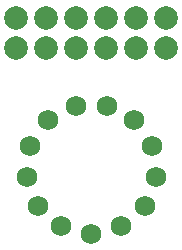
<source format=gts>
G04 Layer_Color=8388736*
%FSLAX44Y44*%
%MOMM*%
G71*
G01*
G75*
%ADD15C,2.0032*%
%ADD16C,1.7272*%
D15*
X412500Y1252700D02*
D03*
Y1227300D02*
D03*
X387100D02*
D03*
Y1252700D02*
D03*
X361700D02*
D03*
Y1227300D02*
D03*
X285500D02*
D03*
Y1252700D02*
D03*
X310900D02*
D03*
Y1227300D02*
D03*
X336300D02*
D03*
Y1252700D02*
D03*
D16*
X303700Y1093800D02*
D03*
X323500Y1076300D02*
D03*
X349000Y1070000D02*
D03*
X294400Y1118400D02*
D03*
X297600Y1144500D02*
D03*
X312500Y1166200D02*
D03*
X335800Y1178400D02*
D03*
X362200D02*
D03*
X385500Y1166200D02*
D03*
X400400Y1144500D02*
D03*
X403600Y1118400D02*
D03*
X394300Y1093800D02*
D03*
X374500Y1076300D02*
D03*
M02*

</source>
